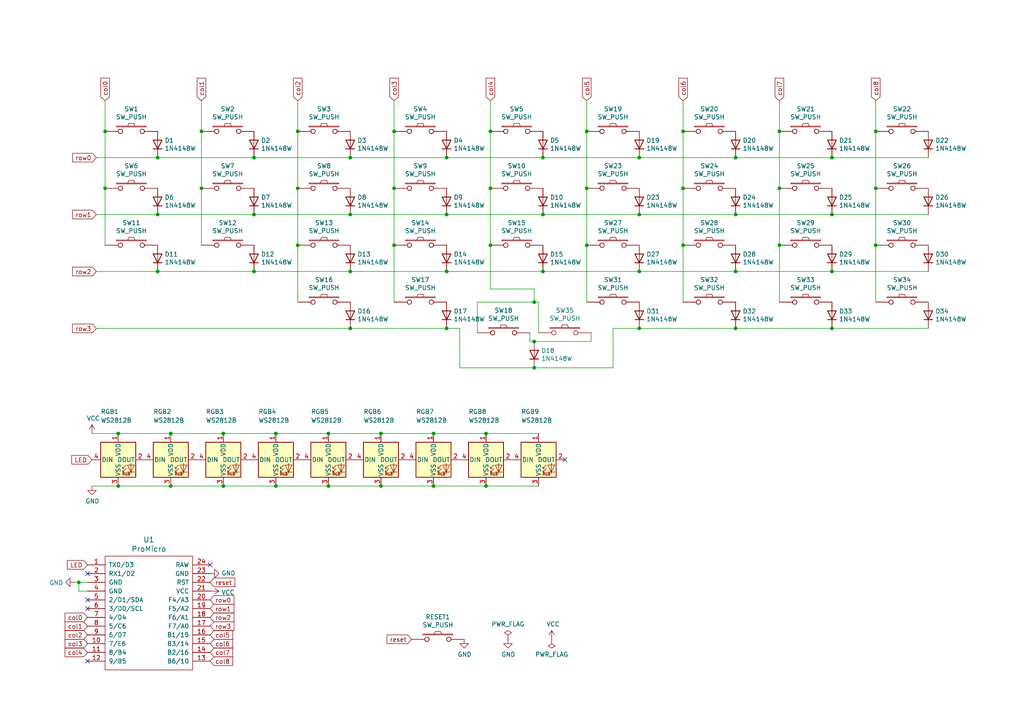
<source format=kicad_sch>
(kicad_sch (version 20230121) (generator eeschema)
  (paper "A4")
  (title_block (title "REVIUNG34 Hotswap") (date "2023-10-03") (rev "2"))
  (lib_symbols
    (symbol "Diode:1N4148W" (pin_numbers hide) (pin_names hide)
      (property "Reference" "D" (at 0 2.54 0))
      (property "Value" "1N4148W" (at 0 -2.54 0))
      (symbol "1N4148W_0_1"
        (polyline (pts (xy -1.27 1.27) (xy -1.27 -1.27)) (stroke (width 0.254)))
        (polyline (pts (xy 1.27 0) (xy -1.27 0)))
        (polyline (pts (xy 1.27 1.27) (xy 1.27 -1.27) (xy -1.27 0) (xy 1.27 1.27)) (stroke (width 0.254)))
      )
      (symbol "1N4148W_1_1"
        (pin passive line (at -3.81 0 0) (length 2.54) (name "K") (number "1"))
        (pin passive line (at 3.81 0 180) (length 2.54) (name "A") (number "2"))
      )
    )
    (symbol "LED:WS2812B" (pin_names (offset 0.254))
      (property "Reference" "D" (at 5.08 5.715 0))
      (property "Value" "WS2812B" (at 1.27 -5.715 0))
      (symbol "WS2812B_0_0"
        (text "RGB" (at 2.286 -4.191 0) (effects (font (size 0.762 0.762))))
      )
      (symbol "WS2812B_0_1"
        (polyline (pts (xy 1.27 -3.556) (xy 1.778 -3.556)))
        (polyline (pts (xy 1.27 -2.54) (xy 1.778 -2.54)))
        (polyline (pts (xy 4.699 -3.556) (xy 2.667 -3.556)))
        (polyline (pts (xy 2.286 -2.54) (xy 1.27 -3.556) (xy 1.27 -3.048)))
        (polyline (pts (xy 2.286 -1.524) (xy 1.27 -2.54) (xy 1.27 -2.032)))
        (polyline (pts (xy 3.683 -1.016) (xy 3.683 -3.556) (xy 3.683 -4.064)))
        (polyline (pts (xy 4.699 -1.524) (xy 2.667 -1.524) (xy 3.683 -3.556) (xy 4.699 -1.524)))
        (rectangle (start 5.08 5.08) (end -5.08 -5.08) (stroke (width 0.254)) (fill (type background)))
      )
      (symbol "WS2812B_1_1"
        (pin power_in line (at 0 7.62 270) (length 2.54) (name "VDD") (number "1"))
        (pin output line (at 7.62 0 180) (length 2.54) (name "DOUT") (number "2"))
        (pin power_in line (at 0 -7.62 90) (length 2.54) (name "VSS") (number "3"))
        (pin input line (at -7.62 0 0) (length 2.54) (name "DIN") (number "4"))
      )
    )
    (symbol "_reviung-kbd:ProMicro" (pin_names (offset 1.016))
      (property "Reference" "U" (at 0 24.13 0))
      (property "Value" "_reviung-kbd_ProMicro" (at 0 -13.97 0))
      (symbol "ProMicro_0_1"
        (rectangle (start -12.7 21.59) (end 12.7 -11.43))
      )
      (symbol "ProMicro_1_1"
        (pin bidirectional line (at -17.78 19.05 0) (length 5.08) (name "TX0/D3") (number "1"))
        (pin bidirectional line (at -17.78 -3.81 0) (length 5.08) (name "7/E6") (number "10"))
        (pin bidirectional line (at -17.78 -6.35 0) (length 5.08) (name "8/B4") (number "11"))
        (pin bidirectional line (at -17.78 -8.89 0) (length 5.08) (name "9/B5") (number "12"))
        (pin bidirectional line (at 17.78 -8.89 180) (length 5.08) (name "B6/10") (number "13"))
        (pin bidirectional line (at 17.78 -6.35 180) (length 5.08) (name "B2/16") (number "14"))
        (pin bidirectional line (at 17.78 -3.81 180) (length 5.08) (name "B3/14") (number "15"))
        (pin bidirectional line (at 17.78 -1.27 180) (length 5.08) (name "B1/15") (number "16"))
        (pin bidirectional line (at 17.78 1.27 180) (length 5.08) (name "F7/A0") (number "17"))
        (pin bidirectional line (at 17.78 3.81 180) (length 5.08) (name "F6/A1") (number "18"))
        (pin bidirectional line (at 17.78 6.35 180) (length 5.08) (name "F5/A2") (number "19"))
        (pin bidirectional line (at -17.78 16.51 0) (length 5.08) (name "RX1/D2") (number "2"))
        (pin bidirectional line (at 17.78 8.89 180) (length 5.08) (name "F4/A3") (number "20"))
        (pin power_in line (at 17.78 11.43 180) (length 5.08) (name "VCC") (number "21"))
        (pin input line (at 17.78 13.97 180) (length 5.08) (name "RST") (number "22"))
        (pin power_in line (at 17.78 16.51 180) (length 5.08) (name "GND") (number "23"))
        (pin power_out line (at 17.78 19.05 180) (length 5.08) (name "RAW") (number "24"))
        (pin power_in line (at -17.78 13.97 0) (length 5.08) (name "GND") (number "3"))
        (pin power_in line (at -17.78 11.43 0) (length 5.08) (name "GND") (number "4"))
        (pin bidirectional line (at -17.78 8.89 0) (length 5.08) (name "2/D1/SDA") (number "5"))
        (pin bidirectional line (at -17.78 6.35 0) (length 5.08) (name "3/D0/SCL") (number "6"))
        (pin bidirectional line (at -17.78 3.81 0) (length 5.08) (name "4/D4") (number "7"))
        (pin bidirectional line (at -17.78 1.27 0) (length 5.08) (name "5/C6") (number "8"))
        (pin bidirectional line (at -17.78 -1.27 0) (length 5.08) (name "6/D7") (number "9"))
      )
    )
    (symbol "_reviung-kbd:SW_PUSH" (pin_numbers hide) (pin_names (offset 1.016) hide)
      (property "Reference" "SW" (at 3.81 2.794 0))
      (property "Value" "_reviung-kbd_SW_PUSH" (at 0 -2.032 0))
      (symbol "SW_PUSH_0_1"
        (rectangle (start -4.318 1.27) (end 4.318 1.524))
        (polyline (pts (xy -1.016 1.524) (xy -0.762 2.286) (xy 0.762 2.286) (xy 1.016 1.524)))
        (pin passive inverted (at -7.62 0 0) (length 5.08) (name "1") (number "1"))
        (pin passive inverted (at 7.62 0 180) (length 5.08) (name "2") (number "2"))
      )
    )
    (symbol "power:GND" (power) (pin_names (offset 0))
      (property "Value" "GND" (at 0 -3.81 0))
      (symbol "GND_0_1"
        (polyline (pts (xy 0 0) (xy 0 -1.27) (xy 1.27 -1.27) (xy 0 -2.54) (xy -1.27 -1.27) (xy 0 -1.27)))
      )
      (symbol "GND_1_1"
        (pin power_in line (at 0 0 270) (length 0) hide (name "GND") (number "1"))
      )
    )
    (symbol "power:PWR_FLAG" (power) (pin_numbers hide) (pin_names (offset 0) hide)
      (property "Value" "PWR_FLAG" (at 0 3.81 0))
      (symbol "PWR_FLAG_0_0"
        (pin power_out line (at 0 0 90) (length 0) (name "pwr") (number "1"))
      )
      (symbol "PWR_FLAG_0_1"
        (polyline (pts (xy 0 0) (xy 0 1.27) (xy -1.016 1.905) (xy 0 2.54) (xy 1.016 1.905) (xy 0 1.27)))
      )
    )
    (symbol "power:VCC" (power) (pin_names (offset 0))
      (property "Value" "VCC" (at 0 3.81 0))
      (symbol "VCC_0_1"
        (polyline (pts (xy -0.762 1.27) (xy 0 2.54)))
        (polyline (pts (xy 0 0) (xy 0 2.54)))
        (polyline (pts (xy 0 2.54) (xy 0.762 1.27)))
      )
      (symbol "VCC_1_1"
        (pin power_in line (at 0 0 90) (length 0) hide (name "VCC") (number "1"))
      )
    )
  )
  (junction (at 170.18 54.61))
  (junction (at 241.3 45.72))
  (junction (at 129.54 62.23))
  (junction (at 49.53 125.73))
  (junction (at 140.97 125.73))
  (junction (at 110.49 140.97))
  (junction (at 95.25 140.97))
  (junction (at 142.24 54.61))
  (junction (at 142.24 71.12))
  (junction (at 157.48 78.74))
  (junction (at 86.36 38.1))
  (junction (at 226.06 38.1))
  (junction (at 64.77 125.73))
  (junction (at 170.18 38.1))
  (junction (at 198.12 54.61))
  (junction (at 114.3 38.1))
  (junction (at 64.77 140.97))
  (junction (at 213.36 95.25))
  (junction (at 45.72 62.23))
  (junction (at 101.6 62.23))
  (junction (at 101.6 45.72))
  (junction (at 226.06 71.12))
  (junction (at 241.3 62.23))
  (junction (at 110.49 125.73))
  (junction (at 80.01 140.97))
  (junction (at 213.36 78.74))
  (junction (at 86.36 71.12))
  (junction (at 95.25 125.73))
  (junction (at 129.54 95.25))
  (junction (at 198.12 38.1))
  (junction (at 22.86 168.91))
  (junction (at 73.66 78.74))
  (junction (at 34.29 140.97))
  (junction (at 129.54 78.74))
  (junction (at 45.72 45.72))
  (junction (at 30.48 54.61))
  (junction (at 86.36 54.61))
  (junction (at 198.12 71.12))
  (junction (at 254 38.1))
  (junction (at 185.42 78.74))
  (junction (at 45.72 78.74))
  (junction (at 185.42 45.72))
  (junction (at 154.94 99.06))
  (junction (at 101.6 95.25))
  (junction (at 185.42 95.25))
  (junction (at 241.3 95.25))
  (junction (at 114.3 71.12))
  (junction (at 226.06 54.61))
  (junction (at 58.42 54.61))
  (junction (at 30.48 38.1))
  (junction (at 254 71.12))
  (junction (at 142.24 38.1))
  (junction (at 213.36 62.23))
  (junction (at 80.01 125.73))
  (junction (at 157.48 62.23))
  (junction (at 154.94 87.63))
  (junction (at 254 54.61))
  (junction (at 73.66 62.23))
  (junction (at 213.36 45.72))
  (junction (at 125.73 125.73))
  (junction (at 154.94 106.68))
  (junction (at 129.54 45.72))
  (junction (at 58.42 38.1))
  (junction (at 125.73 140.97))
  (junction (at 241.3 78.74))
  (junction (at 34.29 125.73))
  (junction (at 170.18 71.12))
  (junction (at 140.97 140.97))
  (junction (at 114.3 54.61))
  (junction (at 185.42 62.23))
  (junction (at 73.66 45.72))
  (junction (at 49.53 140.97))
  (junction (at 157.48 45.72))
  (junction (at 101.6 78.74))
  (no_connect (at 163.83 133.35))
  (no_connect (at 25.4 176.53))
  (no_connect (at 25.4 173.99))
  (no_connect (at 25.4 191.77))
  (no_connect (at 60.96 163.83))
  (no_connect (at 25.4 166.37))
  (wire (pts (xy 213.36 78.74) (xy 241.3 78.74)))
  (wire (pts (xy 114.3 38.1) (xy 114.3 54.61)))
  (wire (pts (xy 114.3 29.21) (xy 114.3 38.1)))
  (wire (pts (xy 226.06 71.12) (xy 226.06 87.63)))
  (wire (pts (xy 125.73 140.97) (xy 110.49 140.97)))
  (wire (pts (xy 142.24 29.21) (xy 142.24 38.1)))
  (wire (pts (xy 185.42 95.25) (xy 177.8 95.25)))
  (wire (pts (xy 254 54.61) (xy 254 71.12)))
  (wire (pts (xy 170.18 71.12) (xy 170.18 87.63)))
  (wire (pts (xy 213.36 62.23) (xy 185.42 62.23)))
  (wire (pts (xy 241.3 95.25) (xy 213.36 95.25)))
  (wire (pts (xy 153.67 96.52) (xy 153.67 99.06)))
  (wire (pts (xy 198.12 38.1) (xy 198.12 54.61)))
  (wire (pts (xy 254 29.21) (xy 254 38.1)))
  (wire (pts (xy 254 71.12) (xy 254 87.63)))
  (wire (pts (xy 171.45 96.52) (xy 171.45 99.06)))
  (wire (pts (xy 45.72 78.74) (xy 73.66 78.74)))
  (wire (pts (xy 133.35 106.68) (xy 133.35 95.25)))
  (wire (pts (xy 269.24 62.23) (xy 241.3 62.23)))
  (wire (pts (xy 30.48 38.1) (xy 30.48 54.61)))
  (wire (pts (xy 73.66 62.23) (xy 45.72 62.23)))
  (wire (pts (xy 153.67 99.06) (xy 154.94 99.06)))
  (wire (pts (xy 170.18 38.1) (xy 170.18 54.61)))
  (wire (pts (xy 27.94 78.74) (xy 45.72 78.74)))
  (wire (pts (xy 142.24 54.61) (xy 142.24 71.12)))
  (wire (pts (xy 157.48 78.74) (xy 185.42 78.74)))
  (wire (pts (xy 86.36 38.1) (xy 86.36 54.61)))
  (wire (pts (xy 198.12 29.21) (xy 198.12 38.1)))
  (wire (pts (xy 49.53 125.73) (xy 34.29 125.73)))
  (wire (pts (xy 34.29 125.73) (xy 26.67 125.73)))
  (wire (pts (xy 198.12 71.12) (xy 198.12 87.63)))
  (wire (pts (xy 25.4 168.91) (xy 22.86 168.91)))
  (wire (pts (xy 177.8 95.25) (xy 177.8 106.68)))
  (wire (pts (xy 142.24 83.82) (xy 154.94 83.82)))
  (wire (pts (xy 27.94 45.72) (xy 45.72 45.72)))
  (wire (pts (xy 80.01 140.97) (xy 64.77 140.97)))
  (wire (pts (xy 125.73 125.73) (xy 110.49 125.73)))
  (wire (pts (xy 185.42 62.23) (xy 157.48 62.23)))
  (wire (pts (xy 22.86 171.45) (xy 22.86 168.91)))
  (wire (pts (xy 177.8 106.68) (xy 154.94 106.68)))
  (wire (pts (xy 95.25 140.97) (xy 80.01 140.97)))
  (wire (pts (xy 64.77 140.97) (xy 49.53 140.97)))
  (wire (pts (xy 22.86 168.91) (xy 21.59 168.91)))
  (wire (pts (xy 101.6 78.74) (xy 129.54 78.74)))
  (wire (pts (xy 30.48 54.61) (xy 30.48 71.12)))
  (wire (pts (xy 157.48 62.23) (xy 129.54 62.23)))
  (wire (pts (xy 45.72 62.23) (xy 27.94 62.23)))
  (wire (pts (xy 241.3 62.23) (xy 213.36 62.23)))
  (wire (pts (xy 156.21 140.97) (xy 140.97 140.97)))
  (wire (pts (xy 170.18 29.21) (xy 170.18 38.1)))
  (wire (pts (xy 226.06 54.61) (xy 226.06 71.12)))
  (wire (pts (xy 129.54 62.23) (xy 101.6 62.23)))
  (wire (pts (xy 129.54 78.74) (xy 157.48 78.74)))
  (wire (pts (xy 226.06 38.1) (xy 226.06 54.61)))
  (wire (pts (xy 86.36 29.21) (xy 86.36 38.1)))
  (wire (pts (xy 110.49 140.97) (xy 95.25 140.97)))
  (wire (pts (xy 156.21 125.73) (xy 140.97 125.73)))
  (wire (pts (xy 171.45 99.06) (xy 154.94 99.06)))
  (wire (pts (xy 86.36 71.12) (xy 86.36 87.63)))
  (wire (pts (xy 142.24 38.1) (xy 142.24 54.61)))
  (wire (pts (xy 156.21 87.63) (xy 156.21 96.52)))
  (wire (pts (xy 86.36 54.61) (xy 86.36 71.12)))
  (wire (pts (xy 154.94 87.63) (xy 138.43 87.63)))
  (wire (pts (xy 213.36 45.72) (xy 241.3 45.72)))
  (wire (pts (xy 170.18 54.61) (xy 170.18 71.12)))
  (wire (pts (xy 138.43 87.63) (xy 138.43 96.52)))
  (wire (pts (xy 25.4 171.45) (xy 22.86 171.45)))
  (wire (pts (xy 140.97 140.97) (xy 125.73 140.97)))
  (wire (pts (xy 101.6 95.25) (xy 27.94 95.25)))
  (wire (pts (xy 241.3 45.72) (xy 269.24 45.72)))
  (wire (pts (xy 58.42 54.61) (xy 58.42 71.12)))
  (wire (pts (xy 269.24 95.25) (xy 241.3 95.25)))
  (wire (pts (xy 73.66 78.74) (xy 101.6 78.74)))
  (wire (pts (xy 101.6 45.72) (xy 129.54 45.72)))
  (wire (pts (xy 45.72 45.72) (xy 73.66 45.72)))
  (wire (pts (xy 30.48 29.21) (xy 30.48 38.1)))
  (wire (pts (xy 254 38.1) (xy 254 54.61)))
  (wire (pts (xy 154.94 87.63) (xy 156.21 87.63)))
  (wire (pts (xy 129.54 95.25) (xy 101.6 95.25)))
  (wire (pts (xy 185.42 45.72) (xy 213.36 45.72)))
  (wire (pts (xy 110.49 125.73) (xy 95.25 125.73)))
  (wire (pts (xy 154.94 106.68) (xy 133.35 106.68)))
  (wire (pts (xy 95.25 125.73) (xy 80.01 125.73)))
  (wire (pts (xy 157.48 45.72) (xy 185.42 45.72)))
  (wire (pts (xy 101.6 62.23) (xy 73.66 62.23)))
  (wire (pts (xy 34.29 140.97) (xy 26.67 140.97)))
  (wire (pts (xy 154.94 83.82) (xy 154.94 87.63)))
  (wire (pts (xy 49.53 140.97) (xy 34.29 140.97)))
  (wire (pts (xy 114.3 54.61) (xy 114.3 71.12)))
  (wire (pts (xy 185.42 78.74) (xy 213.36 78.74)))
  (wire (pts (xy 140.97 125.73) (xy 125.73 125.73)))
  (wire (pts (xy 226.06 29.21) (xy 226.06 38.1)))
  (wire (pts (xy 64.77 125.73) (xy 49.53 125.73)))
  (wire (pts (xy 80.01 125.73) (xy 64.77 125.73)))
  (wire (pts (xy 58.42 29.21) (xy 58.42 38.1)))
  (wire (pts (xy 114.3 71.12) (xy 114.3 87.63)))
  (wire (pts (xy 58.42 38.1) (xy 58.42 54.61)))
  (wire (pts (xy 241.3 78.74) (xy 269.24 78.74)))
  (wire (pts (xy 198.12 54.61) (xy 198.12 71.12)))
  (wire (pts (xy 73.66 45.72) (xy 101.6 45.72)))
  (wire (pts (xy 142.24 71.12) (xy 142.24 83.82)))
  (wire (pts (xy 129.54 45.72) (xy 157.48 45.72)))
  (wire (pts (xy 133.35 95.25) (xy 129.54 95.25)))
  (wire (pts (xy 213.36 95.25) (xy 185.42 95.25)))
  (global_label "col0" (shape input) (at 30.48 29.21 90) (property "Intersheetrefs" "${INTERSHEET_REFS}" (effects hide)))
  (global_label "col7" (shape input) (at 60.96 189.23 0) (property "Intersheetrefs" "${INTERSHEET_REFS}" (effects hide)))
  (global_label "col8" (shape input) (at 254 29.21 90) (property "Intersheetrefs" "${INTERSHEET_REFS}" (effects hide)))
  (global_label "row0" (shape input) (at 27.94 45.72 180) (property "Intersheetrefs" "${INTERSHEET_REFS}" (effects hide)))
  (global_label "col5" (shape input) (at 170.18 29.21 90) (property "Intersheetrefs" "${INTERSHEET_REFS}" (effects hide)))
  (global_label "col7" (shape input) (at 226.06 29.21 90) (property "Intersheetrefs" "${INTERSHEET_REFS}" (effects hide)))
  (global_label "col6" (shape input) (at 198.12 29.21 90) (property "Intersheetrefs" "${INTERSHEET_REFS}" (effects hide)))
  (global_label "col3" (shape input) (at 25.4 186.69 180) (property "Intersheetrefs" "${INTERSHEET_REFS}" (effects hide)))
  (global_label "col3" (shape input) (at 114.3 29.21 90) (property "Intersheetrefs" "${INTERSHEET_REFS}" (effects hide)))
  (global_label "col5" (shape input) (at 60.96 184.15 0) (property "Intersheetrefs" "${INTERSHEET_REFS}" (effects hide)))
  (global_label "col6" (shape input) (at 60.96 186.69 0) (property "Intersheetrefs" "${INTERSHEET_REFS}" (effects hide)))
  (global_label "row3" (shape input) (at 27.94 95.25 180) (property "Intersheetrefs" "${INTERSHEET_REFS}" (effects hide)))
  (global_label "col2" (shape input) (at 86.36 29.21 90) (property "Intersheetrefs" "${INTERSHEET_REFS}" (effects hide)))
  (global_label "row0" (shape input) (at 60.96 173.99 0) (property "Intersheetrefs" "${INTERSHEET_REFS}" (effects hide)))
  (global_label "reset" (shape input) (at 60.96 168.91 0) (property "Intersheetrefs" "${INTERSHEET_REFS}" (effects hide)))
  (global_label "LED" (shape input) (at 25.4 163.83 180) (property "Intersheetrefs" "${INTERSHEET_REFS}" (effects hide)))
  (global_label "col4" (shape input) (at 142.24 29.21 90) (property "Intersheetrefs" "${INTERSHEET_REFS}" (effects hide)))
  (global_label "LED" (shape input) (at 26.67 133.35 180) (property "Intersheetrefs" "${INTERSHEET_REFS}" (effects hide)))
  (global_label "row3" (shape input) (at 60.96 181.61 0) (property "Intersheetrefs" "${INTERSHEET_REFS}" (effects hide)))
  (global_label "col1" (shape input) (at 58.42 29.21 90) (property "Intersheetrefs" "${INTERSHEET_REFS}" (effects hide)))
  (global_label "col2" (shape input) (at 25.4 184.15 180) (property "Intersheetrefs" "${INTERSHEET_REFS}" (effects hide)))
  (global_label "row2" (shape input) (at 27.94 78.74 180) (property "Intersheetrefs" "${INTERSHEET_REFS}" (effects hide)))
  (global_label "row1" (shape input) (at 60.96 176.53 0) (property "Intersheetrefs" "${INTERSHEET_REFS}" (effects hide)))
  (global_label "col4" (shape input) (at 25.4 189.23 180) (property "Intersheetrefs" "${INTERSHEET_REFS}" (effects hide)))
  (global_label "reset" (shape input) (at 119.38 185.42 180) (property "Intersheetrefs" "${INTERSHEET_REFS}" (effects hide)))
  (global_label "row2" (shape input) (at 60.96 179.07 0) (property "Intersheetrefs" "${INTERSHEET_REFS}" (effects hide)))
  (global_label "col8" (shape input) (at 60.96 191.77 0) (property "Intersheetrefs" "${INTERSHEET_REFS}" (effects hide)))
  (global_label "col0" (shape input) (at 25.4 179.07 180) (property "Intersheetrefs" "${INTERSHEET_REFS}" (effects hide)))
  (global_label "row1" (shape input) (at 27.94 62.23 180) (property "Intersheetrefs" "${INTERSHEET_REFS}" (effects hide)))
  (global_label "col1" (shape input) (at 25.4 181.61 180) (property "Intersheetrefs" "${INTERSHEET_REFS}" (effects hide)))
  (symbol (lib_id "power:GND") (at 147.32 185.42 0) (unit 1)
    (property "Reference" "#PWR06" (effects hide))
    (property "Value" "GND" (at 147.447 189.8142 0))
  )
  (symbol (lib_id "power:PWR_FLAG") (at 147.32 185.42 0) (unit 1)
    (property "Reference" "#FLG01" (effects hide))
    (property "Value" "PWR_FLAG" (at 147.32 181.0258 0))
  )
  (symbol (lib_id "power:VCC") (at 160.02 185.42 0) (unit 1)
    (property "Reference" "#PWR07" (effects hide))
    (property "Value" "VCC" (at 160.401 181.0258 0))
  )
  (symbol (lib_id "power:PWR_FLAG") (at 160.02 185.42 180) (unit 1)
    (property "Reference" "#FLG02" (effects hide))
    (property "Value" "PWR_FLAG" (at 160.02 189.8142 0))
  )
  (symbol (lib_id "_reviung-kbd:ProMicro") (at 43.18 182.88 0) (unit 1)
    (property "Reference" "U1" (at 43.18 156.5402 0) (effects (font (size 1.524 1.524))))
    (property "Value" "ProMicro" (at 43.18 159.2326 0) (effects (font (size 1.524 1.524))))
    (property "Footprint" "ScottoKeebs_MCU:Arduino_Pro_Micro" (effects hide))
  )
  (symbol (lib_id "power:VCC") (at 60.96 171.45 270) (unit 1)
    (property "Reference" "#PWR05" (effects hide))
    (property "Value" "VCC" (at 64.2112 171.831 90) (effects (justify left)))
  )
  (symbol (lib_id "power:GND") (at 60.96 166.37 90) (unit 1)
    (property "Reference" "#PWR02" (effects hide))
    (property "Value" "GND" (at 64.2112 166.243 90) (effects (justify right)))
  )
  (symbol (lib_id "power:GND") (at 21.59 168.91 270) (unit 1)
    (property "Reference" "#PWR03" (effects hide))
    (property "Value" "GND" (at 18.3388 169.037 90) (effects (justify right)))
  )
  (symbol (lib_id "_reviung-kbd:SW_PUSH") (at 127 185.42 0) (unit 1)
    (property "Reference" "RESET1" (at 127 178.943 0))
    (property "Value" "SW_PUSH" (at 127 181.2544 0))
    (property "Footprint" "kbd:ResetSW_1side" (effects hide))
  )
  (symbol (lib_id "power:GND") (at 134.62 185.42 0) (unit 1)
    (property "Reference" "#PWR08" (effects hide))
    (property "Value" "GND" (at 134.747 189.8142 0))
  )
  (symbol (lib_id "LED:WS2812B") (at 34.29 133.35 0) (unit 1)
    (property "Reference" "RGB1" (at 29.21 119.38 0) (effects (justify left)))
    (property "Value" "WS2812B" (at 29.21 121.92 0) (effects (justify left)))
    (property "Footprint" "ScottoKeebs_Components:LED_WS2812B" (effects hide))
    (property "Datasheet" "https://cdn-shop.adafruit.com/datasheets/WS2812B.pdf" (effects hide))
  )
  (symbol (lib_id "LED:WS2812B") (at 49.53 133.35 0) (unit 1)
    (property "Reference" "RGB2" (at 44.45 119.38 0) (effects (justify left)))
    (property "Value" "WS2812B" (at 44.45 121.92 0) (effects (justify left)))
    (property "Footprint" "ScottoKeebs_Components:LED_WS2812B" (effects hide))
    (property "Datasheet" "https://cdn-shop.adafruit.com/datasheets/WS2812B.pdf" (effects hide))
  )
  (symbol (lib_id "LED:WS2812B") (at 64.77 133.35 0) (unit 1)
    (property "Reference" "RGB3" (at 59.69 119.38 0) (effects (justify left)))
    (property "Value" "WS2812B" (at 59.69 121.92 0) (effects (justify left)))
    (property "Footprint" "ScottoKeebs_Components:LED_WS2812B" (effects hide))
    (property "Datasheet" "https://cdn-shop.adafruit.com/datasheets/WS2812B.pdf" (effects hide))
  )
  (symbol (lib_id "LED:WS2812B") (at 80.01 133.35 0) (unit 1)
    (property "Reference" "RGB4" (at 74.93 119.38 0) (effects (justify left)))
    (property "Value" "WS2812B" (at 74.93 121.92 0) (effects (justify left)))
    (property "Footprint" "ScottoKeebs_Components:LED_WS2812B" (effects hide))
    (property "Datasheet" "https://cdn-shop.adafruit.com/datasheets/WS2812B.pdf" (effects hide))
  )
  (symbol (lib_id "LED:WS2812B") (at 95.25 133.35 0) (unit 1)
    (property "Reference" "RGB5" (at 90.17 119.38 0) (effects (justify left)))
    (property "Value" "WS2812B" (at 90.17 121.92 0) (effects (justify left)))
    (property "Footprint" "ScottoKeebs_Components:LED_WS2812B" (effects hide))
    (property "Datasheet" "https://cdn-shop.adafruit.com/datasheets/WS2812B.pdf" (effects hide))
  )
  (symbol (lib_id "LED:WS2812B") (at 110.49 133.35 0) (unit 1)
    (property "Reference" "RGB6" (at 105.41 119.38 0) (effects (justify left)))
    (property "Value" "WS2812B" (at 105.41 121.92 0) (effects (justify left)))
    (property "Footprint" "ScottoKeebs_Components:LED_WS2812B" (effects hide))
    (property "Datasheet" "https://cdn-shop.adafruit.com/datasheets/WS2812B.pdf" (effects hide))
  )
  (symbol (lib_id "LED:WS2812B") (at 125.73 133.35 0) (unit 1)
    (property "Reference" "RGB7" (at 120.65 119.38 0) (effects (justify left)))
    (property "Value" "WS2812B" (at 120.65 121.92 0) (effects (justify left)))
    (property "Footprint" "ScottoKeebs_Components:LED_WS2812B" (effects hide))
    (property "Datasheet" "https://cdn-shop.adafruit.com/datasheets/WS2812B.pdf" (effects hide))
  )
  (symbol (lib_id "LED:WS2812B") (at 140.97 133.35 0) (unit 1)
    (property "Reference" "RGB8" (at 135.89 119.38 0) (effects (justify left)))
    (property "Value" "WS2812B" (at 135.89 121.92 0) (effects (justify left)))
    (property "Footprint" "ScottoKeebs_Components:LED_WS2812B" (effects hide))
    (property "Datasheet" "https://cdn-shop.adafruit.com/datasheets/WS2812B.pdf" (effects hide))
  )
  (symbol (lib_id "LED:WS2812B") (at 156.21 133.35 0) (unit 1)
    (property "Reference" "RGB9" (at 151.13 119.38 0) (effects (justify left)))
    (property "Value" "WS2812B" (at 151.13 121.92 0) (effects (justify left)))
    (property "Footprint" "ScottoKeebs_Components:LED_WS2812B" (effects hide))
    (property "Datasheet" "https://cdn-shop.adafruit.com/datasheets/WS2812B.pdf" (effects hide))
  )
  (symbol (lib_id "power:VCC") (at 26.67 125.73 0) (unit 1)
    (property "Reference" "#PWR01" (effects hide))
    (property "Value" "VCC" (at 27.051 121.3358 0))
  )
  (symbol (lib_id "power:GND") (at 26.67 140.97 0) (unit 1)
    (property "Reference" "#PWR04" (effects hide))
    (property "Value" "GND" (at 26.797 145.3642 0))
  )
  (symbol (lib_id "_reviung-kbd:SW_PUSH") (at 38.1 38.1 0) (unit 1)
    (property "Reference" "SW1" (at 38.1 31.623 0))
    (property "Value" "SW_PUSH" (at 38.1 33.9344 0))
    (property "Footprint" "ScottoKeebs_Hotswap:Hotswap_MX_1.00u" (effects hide))
  )
  (symbol (lib_id "Diode:1N4148W") (at 45.72 41.91 90) (unit 1)
    (property "Reference" "D1" (at 47.752 40.7416 90) (effects (justify right)))
    (property "Value" "1N4148W" (at 47.752 43.053 90) (effects (justify right)))
    (property "Footprint" "Button_Switch_SMD:SW_SPST_B3SL-1002P" (effects hide))
    (property "Datasheet" "https://www.vishay.com/docs/85748/1n4148w.pdf" (effects hide))
  )
  (symbol (lib_id "_reviung-kbd:SW_PUSH") (at 38.1 54.61 0) (unit 1)
    (property "Reference" "SW6" (at 38.1 48.133 0))
    (property "Value" "SW_PUSH" (at 38.1 50.4444 0))
    (property "Footprint" "ScottoKeebs_Hotswap:Hotswap_MX_1.00u" (effects hide))
  )
  (symbol (lib_id "Diode:1N4148W") (at 45.72 58.42 90) (unit 1)
    (property "Reference" "D6" (at 47.752 57.2516 90) (effects (justify right)))
    (property "Value" "1N4148W" (at 47.752 59.563 90) (effects (justify right)))
    (property "Footprint" "ScottoKeebs_Components:Diode_SOD-123" (effects hide))
    (property "Datasheet" "https://www.vishay.com/docs/85748/1n4148w.pdf" (effects hide))
  )
  (symbol (lib_id "_reviung-kbd:SW_PUSH") (at 38.1 71.12 0) (unit 1)
    (property "Reference" "SW11" (at 38.1 64.643 0))
    (property "Value" "SW_PUSH" (at 38.1 66.9544 0))
    (property "Footprint" "ScottoKeebs_Hotswap:Hotswap_MX_1.00u" (effects hide))
  )
  (symbol (lib_id "Diode:1N4148W") (at 45.72 74.93 90) (unit 1)
    (property "Reference" "D11" (at 47.752 73.7616 90) (effects (justify right)))
    (property "Value" "1N4148W" (at 47.752 76.073 90) (effects (justify right)))
    (property "Footprint" "ScottoKeebs_Components:Diode_SOD-123" (effects hide))
    (property "Datasheet" "https://www.vishay.com/docs/85748/1n4148w.pdf" (effects hide))
  )
  (symbol (lib_id "_reviung-kbd:SW_PUSH") (at 66.04 38.1 0) (unit 1)
    (property "Reference" "SW2" (at 66.04 31.623 0))
    (property "Value" "SW_PUSH" (at 66.04 33.9344 0))
    (property "Footprint" "ScottoKeebs_Hotswap:Hotswap_MX_1.00u" (effects hide))
  )
  (symbol (lib_id "Diode:1N4148W") (at 73.66 41.91 90) (unit 1)
    (property "Reference" "D2" (at 75.692 40.7416 90) (effects (justify right)))
    (property "Value" "1N4148W" (at 75.692 43.053 90) (effects (justify right)))
    (property "Footprint" "ScottoKeebs_Components:Diode_SOD-123" (effects hide))
    (property "Datasheet" "https://www.vishay.com/docs/85748/1n4148w.pdf" (effects hide))
  )
  (symbol (lib_id "_reviung-kbd:SW_PUSH") (at 66.04 54.61 0) (unit 1)
    (property "Reference" "SW7" (at 66.04 48.133 0))
    (property "Value" "SW_PUSH" (at 66.04 50.4444 0))
    (property "Footprint" "ScottoKeebs_Hotswap:Hotswap_MX_1.00u" (effects hide))
  )
  (symbol (lib_id "Diode:1N4148W") (at 73.66 58.42 90) (unit 1)
    (property "Reference" "D7" (at 75.692 57.2516 90) (effects (justify right)))
    (property "Value" "1N4148W" (at 75.692 59.563 90) (effects (justify right)))
    (property "Footprint" "ScottoKeebs_Components:Diode_SOD-123" (effects hide))
    (property "Datasheet" "https://www.vishay.com/docs/85748/1n4148w.pdf" (effects hide))
  )
  (symbol (lib_id "_reviung-kbd:SW_PUSH") (at 66.04 71.12 0) (unit 1)
    (property "Reference" "SW12" (at 66.04 64.643 0))
    (property "Value" "SW_PUSH" (at 66.04 66.9544 0))
    (property "Footprint" "ScottoKeebs_Hotswap:Hotswap_MX_1.00u" (effects hide))
  )
  (symbol (lib_id "Diode:1N4148W") (at 73.66 74.93 90) (unit 1)
    (property "Reference" "D12" (at 75.692 73.7616 90) (effects (justify right)))
    (property "Value" "1N4148W" (at 75.692 76.073 90) (effects (justify right)))
    (property "Footprint" "ScottoKeebs_Components:Diode_SOD-123" (effects hide))
    (property "Datasheet" "https://www.vishay.com/docs/85748/1n4148w.pdf" (effects hide))
  )
  (symbol (lib_id "_reviung-kbd:SW_PUSH") (at 93.98 38.1 0) (unit 1)
    (property "Reference" "SW3" (at 93.98 31.623 0))
    (property "Value" "SW_PUSH" (at 93.98 33.9344 0))
    (property "Footprint" "ScottoKeebs_Hotswap:Hotswap_MX_1.00u" (effects hide))
  )
  (symbol (lib_id "Diode:1N4148W") (at 101.6 41.91 90) (unit 1)
    (property "Reference" "D3" (at 103.632 40.7416 90) (effects (justify right)))
    (property "Value" "1N4148W" (at 103.632 43.053 90) (effects (justify right)))
    (property "Footprint" "ScottoKeebs_Components:Diode_SOD-123" (effects hide))
    (property "Datasheet" "https://www.vishay.com/docs/85748/1n4148w.pdf" (effects hide))
  )
  (symbol (lib_id "_reviung-kbd:SW_PUSH") (at 93.98 54.61 0) (unit 1)
    (property "Reference" "SW8" (at 93.98 48.133 0))
    (property "Value" "SW_PUSH" (at 93.98 50.4444 0))
    (property "Footprint" "ScottoKeebs_Hotswap:Hotswap_MX_1.00u" (effects hide))
  )
  (symbol (lib_id "Diode:1N4148W") (at 101.6 58.42 90) (unit 1)
    (property "Reference" "D8" (at 103.632 57.2516 90) (effects (justify right)))
    (property "Value" "1N4148W" (at 103.632 59.563 90) (effects (justify right)))
    (property "Footprint" "ScottoKeebs_Components:Diode_SOD-123" (effects hide))
    (property "Datasheet" "https://www.vishay.com/docs/85748/1n4148w.pdf" (effects hide))
  )
  (symbol (lib_id "_reviung-kbd:SW_PUSH") (at 93.98 71.12 0) (unit 1)
    (property "Reference" "SW13" (at 93.98 64.643 0))
    (property "Value" "SW_PUSH" (at 93.98 66.9544 0))
    (property "Footprint" "ScottoKeebs_Hotswap:Hotswap_MX_1.00u" (effects hide))
  )
  (symbol (lib_id "Diode:1N4148W") (at 101.6 74.93 90) (unit 1)
    (property "Reference" "D13" (at 103.632 73.7616 90) (effects (justify right)))
    (property "Value" "1N4148W" (at 103.632 76.073 90) (effects (justify right)))
    (property "Footprint" "ScottoKeebs_Components:Diode_SOD-123" (effects hide))
    (property "Datasheet" "https://www.vishay.com/docs/85748/1n4148w.pdf" (effects hide))
  )
  (symbol (lib_id "_reviung-kbd:SW_PUSH") (at 121.92 38.1 0) (unit 1)
    (property "Reference" "SW4" (at 121.92 31.623 0))
    (property "Value" "SW_PUSH" (at 121.92 33.9344 0))
    (property "Footprint" "ScottoKeebs_Hotswap:Hotswap_MX_1.00u" (effects hide))
  )
  (symbol (lib_id "Diode:1N4148W") (at 129.54 41.91 90) (unit 1)
    (property "Reference" "D4" (at 131.572 40.7416 90) (effects (justify right)))
    (property "Value" "1N4148W" (at 131.572 43.053 90) (effects (justify right)))
    (property "Footprint" "ScottoKeebs_Components:Diode_SOD-123" (effects hide))
    (property "Datasheet" "https://www.vishay.com/docs/85748/1n4148w.pdf" (effects hide))
  )
  (symbol (lib_id "_reviung-kbd:SW_PUSH") (at 121.92 54.61 0) (unit 1)
    (property "Reference" "SW9" (at 121.92 48.133 0))
    (property "Value" "SW_PUSH" (at 121.92 50.4444 0))
    (property "Footprint" "ScottoKeebs_Hotswap:Hotswap_MX_1.00u" (effects hide))
  )
  (symbol (lib_id "Diode:1N4148W") (at 129.54 58.42 90) (unit 1)
    (property "Reference" "D9" (at 131.572 57.2516 90) (effects (justify right)))
    (property "Value" "1N4148W" (at 131.572 59.563 90) (effects (justify right)))
    (property "Footprint" "ScottoKeebs_Components:Diode_SOD-123" (effects hide))
    (property "Datasheet" "https://www.vishay.com/docs/85748/1n4148w.pdf" (effects hide))
  )
  (symbol (lib_id "_reviung-kbd:SW_PUSH") (at 121.92 71.12 0) (unit 1)
    (property "Reference" "SW14" (at 121.92 64.643 0))
    (property "Value" "SW_PUSH" (at 121.92 66.9544 0))
    (property "Footprint" "ScottoKeebs_Hotswap:Hotswap_MX_1.00u" (effects hide))
  )
  (symbol (lib_id "Diode:1N4148W") (at 129.54 74.93 90) (unit 1)
    (property "Reference" "D14" (at 131.572 73.7616 90) (effects (justify right)))
    (property "Value" "1N4148W" (at 131.572 76.073 90) (effects (justify right)))
    (property "Footprint" "ScottoKeebs_Components:Diode_SOD-123" (effects hide))
    (property "Datasheet" "https://www.vishay.com/docs/85748/1n4148w.pdf" (effects hide))
  )
  (symbol (lib_id "_reviung-kbd:SW_PUSH") (at 149.86 38.1 0) (unit 1)
    (property "Reference" "SW5" (at 149.86 31.623 0))
    (property "Value" "SW_PUSH" (at 149.86 33.9344 0))
    (property "Footprint" "ScottoKeebs_Hotswap:Hotswap_MX_1.00u" (effects hide))
  )
  (symbol (lib_id "Diode:1N4148W") (at 157.48 41.91 90) (unit 1)
    (property "Reference" "D5" (at 159.512 40.7416 90) (effects (justify right)))
    (property "Value" "1N4148W" (at 159.512 43.053 90) (effects (justify right)))
    (property "Footprint" "ScottoKeebs_Components:Diode_SOD-123" (effects hide))
    (property "Datasheet" "https://www.vishay.com/docs/85748/1n4148w.pdf" (effects hide))
  )
  (symbol (lib_id "_reviung-kbd:SW_PUSH") (at 149.86 54.61 0) (unit 1)
    (property "Reference" "SW10" (at 149.86 48.133 0))
    (property "Value" "SW_PUSH" (at 149.86 50.4444 0))
    (property "Footprint" "ScottoKeebs_Hotswap:Hotswap_MX_1.00u" (effects hide))
  )
  (symbol (lib_id "Diode:1N4148W") (at 157.48 58.42 90) (unit 1)
    (property "Reference" "D10" (at 159.512 57.2516 90) (effects (justify right)))
    (property "Value" "1N4148W" (at 159.512 59.563 90) (effects (justify right)))
    (property "Footprint" "ScottoKeebs_Components:Diode_SOD-123" (effects hide))
    (property "Datasheet" "https://www.vishay.com/docs/85748/1n4148w.pdf" (effects hide))
  )
  (symbol (lib_id "_reviung-kbd:SW_PUSH") (at 149.86 71.12 0) (unit 1)
    (property "Reference" "SW15" (at 149.86 64.643 0))
    (property "Value" "SW_PUSH" (at 149.86 66.9544 0))
    (property "Footprint" "ScottoKeebs_Hotswap:Hotswap_MX_1.00u" (effects hide))
  )
  (symbol (lib_id "Diode:1N4148W") (at 157.48 74.93 90) (unit 1)
    (property "Reference" "D15" (at 159.512 73.7616 90) (effects (justify right)))
    (property "Value" "1N4148W" (at 159.512 76.073 90) (effects (justify right)))
    (property "Footprint" "ScottoKeebs_Components:Diode_SOD-123" (effects hide))
    (property "Datasheet" "https://www.vishay.com/docs/85748/1n4148w.pdf" (effects hide))
  )
  (symbol (lib_id "_reviung-kbd:SW_PUSH") (at 177.8 38.1 0) (unit 1)
    (property "Reference" "SW19" (at 177.8 31.623 0))
    (property "Value" "SW_PUSH" (at 177.8 33.9344 0))
    (property "Footprint" "ScottoKeebs_Hotswap:Hotswap_MX_1.00u" (effects hide))
  )
  (symbol (lib_id "Diode:1N4148W") (at 185.42 41.91 90) (unit 1)
    (property "Reference" "D19" (at 187.452 40.7416 90) (effects (justify right)))
    (property "Value" "1N4148W" (at 187.452 43.053 90) (effects (justify right)))
    (property "Footprint" "ScottoKeebs_Components:Diode_SOD-123" (effects hide))
    (property "Datasheet" "https://www.vishay.com/docs/85748/1n4148w.pdf" (effects hide))
  )
  (symbol (lib_id "_reviung-kbd:SW_PUSH") (at 177.8 54.61 0) (unit 1)
    (property "Reference" "SW23" (at 177.8 48.133 0))
    (property "Value" "SW_PUSH" (at 177.8 50.4444 0))
    (property "Footprint" "ScottoKeebs_Hotswap:Hotswap_MX_1.00u" (effects hide))
  )
  (symbol (lib_id "Diode:1N4148W") (at 185.42 58.42 90) (unit 1)
    (property "Reference" "D23" (at 187.452 57.2516 90) (effects (justify right)))
    (property "Value" "1N4148W" (at 187.452 59.563 90) (effects (justify right)))
    (property "Footprint" "ScottoKeebs_Components:Diode_SOD-123" (effects hide))
    (property "Datasheet" "https://www.vishay.com/docs/85748/1n4148w.pdf" (effects hide))
  )
  (symbol (lib_id "_reviung-kbd:SW_PUSH") (at 177.8 71.12 0) (unit 1)
    (property "Reference" "SW27" (at 177.8 64.643 0))
    (property "Value" "SW_PUSH" (at 177.8 66.9544 0))
    (property "Footprint" "ScottoKeebs_Hotswap:Hotswap_MX_1.00u" (effects hide))
  )
  (symbol (lib_id "Diode:1N4148W") (at 185.42 74.93 90) (unit 1)
    (property "Reference" "D27" (at 187.452 73.7616 90) (effects (justify right)))
    (property "Value" "1N4148W" (at 187.452 76.073 90) (effects (justify right)))
    (property "Footprint" "ScottoKeebs_Components:Diode_SOD-123" (effects hide))
    (property "Datasheet" "https://www.vishay.com/docs/85748/1n4148w.pdf" (effects hide))
  )
  (symbol (lib_id "_reviung-kbd:SW_PUSH") (at 205.74 38.1 0) (unit 1)
    (property "Reference" "SW20" (at 205.74 31.623 0))
    (property "Value" "SW_PUSH" (at 205.74 33.9344 0))
    (property "Footprint" "ScottoKeebs_Hotswap:Hotswap_MX_1.00u" (effects hide))
  )
  (symbol (lib_id "Diode:1N4148W") (at 213.36 41.91 90) (unit 1)
    (property "Reference" "D20" (at 215.392 40.7416 90) (effects (justify right)))
    (property "Value" "1N4148W" (at 215.392 43.053 90) (effects (justify right)))
    (property "Footprint" "ScottoKeebs_Components:Diode_SOD-123" (effects hide))
    (property "Datasheet" "https://www.vishay.com/docs/85748/1n4148w.pdf" (effects hide))
  )
  (symbol (lib_id "_reviung-kbd:SW_PUSH") (at 205.74 54.61 0) (unit 1)
    (property "Reference" "SW24" (at 205.74 48.133 0))
    (property "Value" "SW_PUSH" (at 205.74 50.4444 0))
    (property "Footprint" "ScottoKeebs_Hotswap:Hotswap_MX_1.00u" (effects hide))
  )
  (symbol (lib_id "Diode:1N4148W") (at 213.36 58.42 90) (unit 1)
    (property "Reference" "D24" (at 215.392 57.2516 90) (effects (justify right)))
    (property "Value" "1N4148W" (at 215.392 59.563 90) (effects (justify right)))
    (property "Footprint" "ScottoKeebs_Components:Diode_SOD-123" (effects hide))
    (property "Datasheet" "https://www.vishay.com/docs/85748/1n4148w.pdf" (effects hide))
  )
  (symbol (lib_id "_reviung-kbd:SW_PUSH") (at 205.74 71.12 0) (unit 1)
    (property "Reference" "SW28" (at 205.74 64.643 0))
    (property "Value" "SW_PUSH" (at 205.74 66.9544 0))
    (property "Footprint" "ScottoKeebs_Hotswap:Hotswap_MX_1.00u" (effects hide))
  )
  (symbol (lib_id "Diode:1N4148W") (at 213.36 74.93 90) (unit 1)
    (property "Reference" "D28" (at 215.392 73.7616 90) (effects (justify right)))
    (property "Value" "1N4148W" (at 215.392 76.073 90) (effects (justify right)))
    (property "Footprint" "ScottoKeebs_Components:Diode_SOD-123" (effects hide))
    (property "Datasheet" "https://www.vishay.com/docs/85748/1n4148w.pdf" (effects hide))
  )
  (symbol (lib_id "_reviung-kbd:SW_PUSH") (at 233.68 38.1 0) (unit 1)
    (property "Reference" "SW21" (at 233.68 31.623 0))
    (property "Value" "SW_PUSH" (at 233.68 33.9344 0))
    (property "Footprint" "ScottoKeebs_Hotswap:Hotswap_MX_1.00u" (effects hide))
  )
  (symbol (lib_id "Diode:1N4148W") (at 241.3 41.91 90) (unit 1)
    (property "Reference" "D21" (at 243.332 40.7416 90) (effects (justify right)))
    (property "Value" "1N4148W" (at 243.332 43.053 90) (effects (justify right)))
    (property "Footprint" "ScottoKeebs_Components:Diode_SOD-123" (effects hide))
    (property "Datasheet" "https://www.vishay.com/docs/85748/1n4148w.pdf" (effects hide))
  )
  (symbol (lib_id "_reviung-kbd:SW_PUSH") (at 233.68 54.61 0) (unit 1)
    (property "Reference" "SW25" (at 233.68 48.133 0))
    (property "Value" "SW_PUSH" (at 233.68 50.4444 0))
    (property "Footprint" "ScottoKeebs_Hotswap:Hotswap_MX_1.00u" (effects hide))
  )
  (symbol (lib_id "Diode:1N4148W") (at 241.3 58.42 90) (unit 1)
    (property "Reference" "D25" (at 243.332 57.2516 90) (effects (justify right)))
    (property "Value" "1N4148W" (at 243.332 59.563 90) (effects (justify right)))
    (property "Footprint" "ScottoKeebs_Components:Diode_SOD-123" (effects hide))
    (property "Datasheet" "https://www.vishay.com/docs/85748/1n4148w.pdf" (effects hide))
  )
  (symbol (lib_id "_reviung-kbd:SW_PUSH") (at 233.68 71.12 0) (unit 1)
    (property "Reference" "SW29" (at 233.68 64.643 0))
    (property "Value" "SW_PUSH" (at 233.68 66.9544 0))
    (property "Footprint" "ScottoKeebs_Hotswap:Hotswap_MX_1.00u" (effects hide))
  )
  (symbol (lib_id "Diode:1N4148W") (at 241.3 74.93 90) (unit 1)
    (property "Reference" "D29" (at 243.332 73.7616 90) (effects (justify right)))
    (property "Value" "1N4148W" (at 243.332 76.073 90) (effects (justify right)))
    (property "Footprint" "ScottoKeebs_Components:Diode_SOD-123" (effects hide))
    (property "Datasheet" "https://www.vishay.com/docs/85748/1n4148w.pdf" (effects hide))
  )
  (symbol (lib_id "_reviung-kbd:SW_PUSH") (at 261.62 38.1 0) (unit 1)
    (property "Reference" "SW22" (at 261.62 31.623 0))
    (property "Value" "SW_PUSH" (at 261.62 33.9344 0))
    (property "Footprint" "ScottoKeebs_Hotswap:Hotswap_MX_1.00u" (effects hide))
  )
  (symbol (lib_id "Diode:1N4148W") (at 269.24 41.91 90) (unit 1)
    (property "Reference" "D22" (at 271.272 40.7416 90) (effects (justify right)))
    (property "Value" "1N4148W" (at 271.272 43.053 90) (effects (justify right)))
    (property "Footprint" "ScottoKeebs_Components:Diode_SOD-123" (effects hide))
    (property "Datasheet" "https://www.vishay.com/docs/85748/1n4148w.pdf" (effects hide))
  )
  (symbol (lib_id "_reviung-kbd:SW_PUSH") (at 261.62 54.61 0) (unit 1)
    (property "Reference" "SW26" (at 261.62 48.133 0))
    (property "Value" "SW_PUSH" (at 261.62 50.4444 0))
    (property "Footprint" "ScottoKeebs_Hotswap:Hotswap_MX_1.00u" (effects hide))
  )
  (symbol (lib_id "Diode:1N4148W") (at 269.24 58.42 90) (unit 1)
    (property "Reference" "D26" (at 271.272 57.2516 90) (effects (justify right)))
    (property "Value" "1N4148W" (at 271.272 59.563 90) (effects (justify right)))
    (property "Footprint" "ScottoKeebs_Components:Diode_SOD-123" (effects hide))
    (property "Datasheet" "https://www.vishay.com/docs/85748/1n4148w.pdf" (effects hide))
  )
  (symbol (lib_id "_reviung-kbd:SW_PUSH") (at 261.62 71.12 0) (unit 1)
    (property "Reference" "SW30" (at 261.62 64.643 0))
    (property "Value" "SW_PUSH" (at 261.62 66.9544 0))
    (property "Footprint" "ScottoKeebs_Hotswap:Hotswap_MX_1.00u" (effects hide))
  )
  (symbol (lib_id "Diode:1N4148W") (at 269.24 74.93 90) (unit 1)
    (property "Reference" "D30" (at 271.272 73.7616 90) (effects (justify right)))
    (property "Value" "1N4148W" (at 271.272 76.073 90) (effects (justify right)))
    (property "Footprint" "ScottoKeebs_Components:Diode_SOD-123" (effects hide))
    (property "Datasheet" "https://www.vishay.com/docs/85748/1n4148w.pdf" (effects hide))
  )
  (symbol (lib_id "_reviung-kbd:SW_PUSH") (at 163.83 96.52 0) (unit 1)
    (property "Reference" "SW35" (at 163.83 90.043 0))
    (property "Value" "SW_PUSH" (at 163.83 92.3544 0))
    (property "Footprint" "ScottoKeebs_Hotswap:Hotswap_MX_1.00u" (effects hide))
  )
  (symbol (lib_id "_reviung-kbd:SW_PUSH") (at 93.98 87.63 0) (unit 1)
    (property "Reference" "SW16" (at 93.98 81.153 0))
    (property "Value" "SW_PUSH" (at 93.98 83.4644 0))
    (property "Footprint" "ScottoKeebs_Hotswap:Hotswap_MX_1.00u" (effects hide))
  )
  (symbol (lib_id "Diode:1N4148W") (at 101.6 91.44 90) (unit 1)
    (property "Reference" "D16" (at 103.632 90.2716 90) (effects (justify right)))
    (property "Value" "1N4148W" (at 103.632 92.583 90) (effects (justify right)))
    (property "Footprint" "ScottoKeebs_Components:Diode_SOD-123" (effects hide))
    (property "Datasheet" "https://www.vishay.com/docs/85748/1n4148w.pdf" (effects hide))
  )
  (symbol (lib_id "_reviung-kbd:SW_PUSH") (at 121.92 87.63 0) (unit 1)
    (property "Reference" "SW17" (at 121.92 81.153 0))
    (property "Value" "SW_PUSH" (at 121.92 83.4644 0))
    (property "Footprint" "ScottoKeebs_Hotswap:Hotswap_MX_1.00u" (effects hide))
  )
  (symbol (lib_id "Diode:1N4148W") (at 129.54 91.44 90) (unit 1)
    (property "Reference" "D17" (at 131.572 90.2716 90) (effects (justify right)))
    (property "Value" "1N4148W" (at 131.572 92.583 90) (effects (justify right)))
    (property "Footprint" "ScottoKeebs_Components:Diode_SOD-123" (effects hide))
    (property "Datasheet" "https://www.vishay.com/docs/85748/1n4148w.pdf" (effects hide))
  )
  (symbol (lib_id "_reviung-kbd:SW_PUSH") (at 146.05 96.52 0) (unit 1)
    (property "Reference" "SW18" (at 146.05 90.043 0))
    (property "Value" "SW_PUSH" (at 146.05 92.3544 0))
    (property "Footprint" "ScottoKeebs_Hotswap:Hotswap_MX_1.00u" (effects hide))
  )
  (symbol (lib_id "Diode:1N4148W") (at 154.94 102.87 90) (unit 1)
    (property "Reference" "D18" (at 156.972 101.7016 90) (effects (justify right)))
    (property "Value" "1N4148W" (at 156.972 104.013 90) (effects (justify right)))
    (property "Footprint" "ScottoKeebs_Components:Diode_SOD-123" (effects hide))
    (property "Datasheet" "https://www.vishay.com/docs/85748/1n4148w.pdf" (effects hide))
  )
  (symbol (lib_id "_reviung-kbd:SW_PUSH") (at 177.8 87.63 0) (unit 1)
    (property "Reference" "SW31" (at 177.8 81.153 0))
    (property "Value" "SW_PUSH" (at 177.8 83.4644 0))
    (property "Footprint" "ScottoKeebs_Hotswap:Hotswap_MX_1.00u" (effects hide))
  )
  (symbol (lib_id "Diode:1N4148W") (at 185.42 91.44 90) (unit 1)
    (property "Reference" "D31" (at 187.452 90.2716 90) (effects (justify right)))
    (property "Value" "1N4148W" (at 187.452 92.583 90) (effects (justify right)))
    (property "Footprint" "ScottoKeebs_Components:Diode_SOD-123" (effects hide))
    (property "Datasheet" "https://www.vishay.com/docs/85748/1n4148w.pdf" (effects hide))
  )
  (symbol (lib_id "_reviung-kbd:SW_PUSH") (at 205.74 87.63 0) (unit 1)
    (property "Reference" "SW32" (at 205.74 81.153 0))
    (property "Value" "SW_PUSH" (at 205.74 83.4644 0))
    (property "Footprint" "ScottoKeebs_Hotswap:Hotswap_MX_1.00u" (effects hide))
  )
  (symbol (lib_id "Diode:1N4148W") (at 213.36 91.44 90) (unit 1)
    (property "Reference" "D32" (at 215.392 90.2716 90) (effects (justify right)))
    (property "Value" "1N4148W" (at 215.392 92.583 90) (effects (justify right)))
    (property "Footprint" "ScottoKeebs_Components:Diode_SOD-123" (effects hide))
    (property "Datasheet" "https://www.vishay.com/docs/85748/1n4148w.pdf" (effects hide))
  )
  (symbol (lib_id "_reviung-kbd:SW_PUSH") (at 233.68 87.63 0) (unit 1)
    (property "Reference" "SW33" (at 233.68 81.153 0))
    (property "Value" "SW_PUSH" (at 233.68 83.4644 0))
    (property "Footprint" "ScottoKeebs_Hotswap:Hotswap_MX_1.00u" (effects hide))
  )
  (symbol (lib_id "Diode:1N4148W") (at 241.3 91.44 90) (unit 1)
    (property "Reference" "D33" (at 243.332 90.2716 90) (effects (justify right)))
    (property "Value" "1N4148W" (at 243.332 92.583 90) (effects (justify right)))
    (property "Footprint" "ScottoKeebs_Components:Diode_SOD-123" (effects hide))
    (property "Datasheet" "https://www.vishay.com/docs/85748/1n4148w.pdf" (effects hide))
  )
  (symbol (lib_id "_reviung-kbd:SW_PUSH") (at 261.62 87.63 0) (unit 1)
    (property "Reference" "SW34" (at 261.62 81.153 0))
    (property "Value" "SW_PUSH" (at 261.62 83.4644 0))
    (property "Footprint" "ScottoKeebs_Hotswap:Hotswap_MX_1.00u" (effects hide))
  )
  (symbol (lib_id "Diode:1N4148W") (at 269.24 91.44 90) (unit 1)
    (property "Reference" "D34" (at 271.272 90.2716 90) (effects (justify right)))
    (property "Value" "1N4148W" (at 271.272 92.583 90) (effects (justify right)))
    (property "Footprint" "ScottoKeebs_Components:Diode_SOD-123" (effects hide))
    (property "Datasheet" "https://www.vishay.com/docs/85748/1n4148w.pdf" (effects hide))
  )
)
</source>
